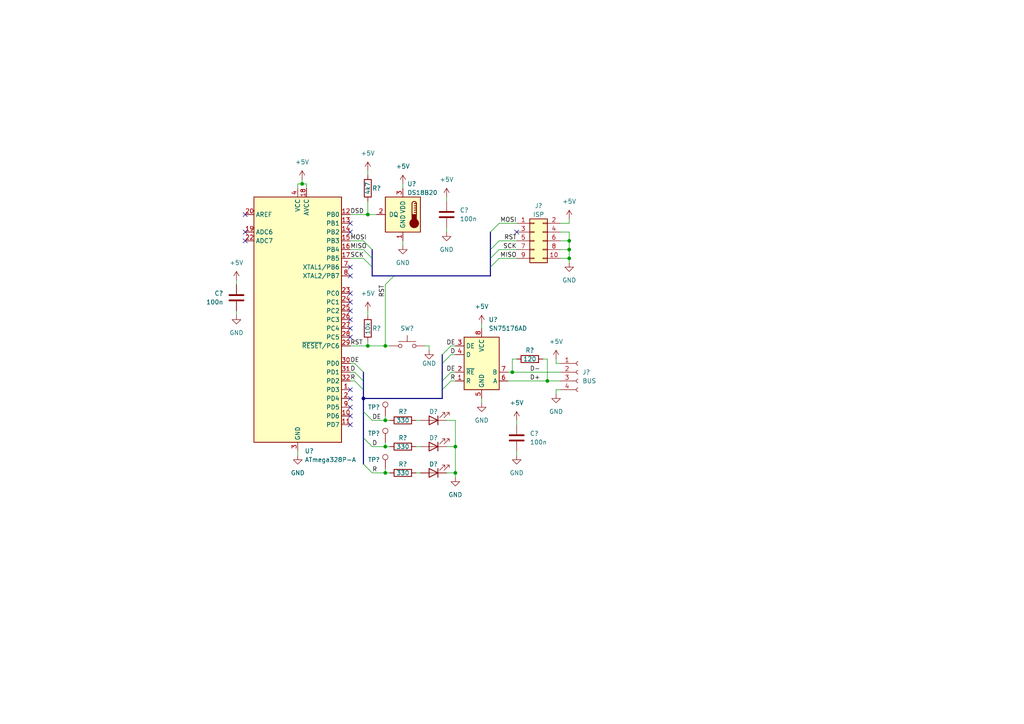
<source format=kicad_sch>
(kicad_sch (version 20211123) (generator eeschema)
  (paper "A4")
  (lib_symbols
    (symbol "Connector:Conn_01x04_Female" (pin_names (offset 1.016) hide)
      (property "Reference" "J" (at 0 5.08 0))
      (property "Value" "Conn_01x04_Female" (at 0 -7.62 0))
      (symbol "Conn_01x04_Female_1_1"
        (arc (start 0 -4.572) (mid -0.508 -5.08) (end 0 -5.588) (stroke (width 0.1524)))
        (arc (start 0 -2.032) (mid -0.508 -2.54) (end 0 -3.048) (stroke (width 0.1524)))
        (polyline (pts (xy -1.27 -5.08) (xy -0.508 -5.08)) (stroke (width 0.1524)))
        (polyline (pts (xy -1.27 -2.54) (xy -0.508 -2.54)) (stroke (width 0.1524)))
        (polyline (pts (xy -1.27 0) (xy -0.508 0)) (stroke (width 0.1524)))
        (polyline (pts (xy -1.27 2.54) (xy -0.508 2.54)) (stroke (width 0.1524)))
        (arc (start 0 0.508) (mid -0.508 0) (end 0 -0.508) (stroke (width 0.1524)))
        (arc (start 0 3.048) (mid -0.508 2.54) (end 0 2.032) (stroke (width 0.1524)))
        (pin passive line (at -5.08 2.54 0) (length 3.81) (name "Pin_1") (number "1"))
        (pin passive line (at -5.08 0 0) (length 3.81) (name "Pin_2") (number "2"))
        (pin passive line (at -5.08 -2.54 0) (length 3.81) (name "Pin_3") (number "3"))
        (pin passive line (at -5.08 -5.08 0) (length 3.81) (name "Pin_4") (number "4"))
      )
    )
    (symbol "Connector:TestPoint" (pin_numbers hide) (pin_names (offset 0.762) hide)
      (property "Reference" "TP" (at 0 6.858 0))
      (property "Value" "TestPoint" (at 0 5.08 0))
      (symbol "TestPoint_0_1"
        (circle (center 0 3.302) (radius 0.762))
      )
      (symbol "TestPoint_1_1"
        (pin passive line (at 0 0 90) (length 2.54) (name "1") (number "1"))
      )
    )
    (symbol "Connector_Generic:Conn_02x05_Odd_Even" (pin_names (offset 1.016) hide)
      (property "Reference" "J" (at 1.27 7.62 0))
      (property "Value" "Conn_02x05_Odd_Even" (at 1.27 -7.62 0))
      (symbol "Conn_02x05_Odd_Even_1_1"
        (rectangle (start -1.27 -4.953) (end 0 -5.207) (stroke (width 0.1524)))
        (rectangle (start -1.27 -2.413) (end 0 -2.667) (stroke (width 0.1524)))
        (rectangle (start -1.27 0.127) (end 0 -0.127) (stroke (width 0.1524)))
        (rectangle (start -1.27 2.667) (end 0 2.413) (stroke (width 0.1524)))
        (rectangle (start -1.27 5.207) (end 0 4.953) (stroke (width 0.1524)))
        (rectangle (start -1.27 6.35) (end 3.81 -6.35) (stroke (width 0.254)) (fill (type background)))
        (rectangle (start 3.81 -4.953) (end 2.54 -5.207) (stroke (width 0.1524)))
        (rectangle (start 3.81 -2.413) (end 2.54 -2.667) (stroke (width 0.1524)))
        (rectangle (start 3.81 0.127) (end 2.54 -0.127) (stroke (width 0.1524)))
        (rectangle (start 3.81 2.667) (end 2.54 2.413) (stroke (width 0.1524)))
        (rectangle (start 3.81 5.207) (end 2.54 4.953) (stroke (width 0.1524)))
        (pin passive line (at -5.08 5.08 0) (length 3.81) (name "Pin_1") (number "1"))
        (pin passive line (at 7.62 -5.08 180) (length 3.81) (name "Pin_10") (number "10"))
        (pin passive line (at 7.62 5.08 180) (length 3.81) (name "Pin_2") (number "2"))
        (pin passive line (at -5.08 2.54 0) (length 3.81) (name "Pin_3") (number "3"))
        (pin passive line (at 7.62 2.54 180) (length 3.81) (name "Pin_4") (number "4"))
        (pin passive line (at -5.08 0 0) (length 3.81) (name "Pin_5") (number "5"))
        (pin passive line (at 7.62 0 180) (length 3.81) (name "Pin_6") (number "6"))
        (pin passive line (at -5.08 -2.54 0) (length 3.81) (name "Pin_7") (number "7"))
        (pin passive line (at 7.62 -2.54 180) (length 3.81) (name "Pin_8") (number "8"))
        (pin passive line (at -5.08 -5.08 0) (length 3.81) (name "Pin_9") (number "9"))
      )
    )
    (symbol "Device:C" (pin_numbers hide) (pin_names (offset 0.254))
      (property "Reference" "C" (at 0.635 2.54 0))
      (property "Value" "C" (at 0.635 -2.54 0))
      (symbol "C_0_1"
        (polyline (pts (xy -2.032 -0.762) (xy 2.032 -0.762)) (stroke (width 0.508)))
        (polyline (pts (xy -2.032 0.762) (xy 2.032 0.762)) (stroke (width 0.508)))
      )
      (symbol "C_1_1"
        (pin passive line (at 0 3.81 270) (length 2.794) (name "~") (number "1"))
        (pin passive line (at 0 -3.81 90) (length 2.794) (name "~") (number "2"))
      )
    )
    (symbol "Device:LED" (pin_numbers hide) (pin_names (offset 1.016) hide)
      (property "Reference" "D" (at 0 2.54 0))
      (property "Value" "LED" (at 0 -2.54 0))
      (symbol "LED_0_1"
        (polyline (pts (xy -1.27 -1.27) (xy -1.27 1.27)) (stroke (width 0.254)))
        (polyline (pts (xy -1.27 0) (xy 1.27 0)))
        (polyline (pts (xy 1.27 -1.27) (xy 1.27 1.27) (xy -1.27 0) (xy 1.27 -1.27)) (stroke (width 0.254)))
        (polyline (pts (xy -3.048 -0.762) (xy -4.572 -2.286) (xy -3.81 -2.286) (xy -4.572 -2.286) (xy -4.572 -1.524)))
        (polyline (pts (xy -1.778 -0.762) (xy -3.302 -2.286) (xy -2.54 -2.286) (xy -3.302 -2.286) (xy -3.302 -1.524)))
      )
      (symbol "LED_1_1"
        (pin passive line (at -3.81 0 0) (length 2.54) (name "K") (number "1"))
        (pin passive line (at 3.81 0 180) (length 2.54) (name "A") (number "2"))
      )
    )
    (symbol "Device:R" (pin_numbers hide) (pin_names (offset 0))
      (property "Reference" "R" (at 2.032 0 90))
      (property "Value" "R" (at 0 0 90))
      (symbol "R_0_1"
        (rectangle (start -1.016 -2.54) (end 1.016 2.54) (stroke (width 0.254)))
      )
      (symbol "R_1_1"
        (pin passive line (at 0 3.81 270) (length 1.27) (name "~") (number "1"))
        (pin passive line (at 0 -3.81 90) (length 1.27) (name "~") (number "2"))
      )
    )
    (symbol "Interface_UART:SN75176AD"
      (property "Reference" "U" (at -4.318 8.89 0))
      (property "Value" "SN75176AD" (at 1.016 8.89 0))
      (symbol "SN75176AD_0_1"
        (rectangle (start -5.08 7.62) (end 5.08 -7.62) (stroke (width 0.254)) (fill (type background)))
      )
      (symbol "SN75176AD_1_1"
        (pin output line (at -7.62 -5.08 0) (length 2.54) (name "R") (number "1"))
        (pin input line (at -7.62 -2.54 0) (length 2.54) (name "~{RE}") (number "2"))
        (pin input line (at -7.62 5.08 0) (length 2.54) (name "DE") (number "3"))
        (pin input line (at -7.62 2.54 0) (length 2.54) (name "D") (number "4"))
        (pin power_in line (at 0 -10.16 90) (length 2.54) (name "GND") (number "5"))
        (pin bidirectional line (at 7.62 -5.08 180) (length 2.54) (name "A") (number "6"))
        (pin bidirectional line (at 7.62 -2.54 180) (length 2.54) (name "B") (number "7"))
        (pin power_in line (at 0 10.16 270) (length 2.54) (name "VCC") (number "8"))
      )
    )
    (symbol "MCU_Microchip_ATmega:ATmega328P-A"
      (property "Reference" "U" (at -12.7 36.83 0))
      (property "Value" "ATmega328P-A" (at 2.54 -36.83 0))
      (symbol "ATmega328P-A_0_1"
        (rectangle (start -12.7 -35.56) (end 12.7 35.56) (stroke (width 0.254)) (fill (type background)))
      )
      (symbol "ATmega328P-A_1_1"
        (pin bidirectional line (at 15.24 -20.32 180) (length 2.54) (name "PD3") (number "1"))
        (pin bidirectional line (at 15.24 -27.94 180) (length 2.54) (name "PD6") (number "10"))
        (pin bidirectional line (at 15.24 -30.48 180) (length 2.54) (name "PD7") (number "11"))
        (pin bidirectional line (at 15.24 30.48 180) (length 2.54) (name "PB0") (number "12"))
        (pin bidirectional line (at 15.24 27.94 180) (length 2.54) (name "PB1") (number "13"))
        (pin bidirectional line (at 15.24 25.4 180) (length 2.54) (name "PB2") (number "14"))
        (pin bidirectional line (at 15.24 22.86 180) (length 2.54) (name "PB3") (number "15"))
        (pin bidirectional line (at 15.24 20.32 180) (length 2.54) (name "PB4") (number "16"))
        (pin bidirectional line (at 15.24 17.78 180) (length 2.54) (name "PB5") (number "17"))
        (pin power_in line (at 2.54 38.1 270) (length 2.54) (name "AVCC") (number "18"))
        (pin input line (at -15.24 25.4 0) (length 2.54) (name "ADC6") (number "19"))
        (pin bidirectional line (at 15.24 -22.86 180) (length 2.54) (name "PD4") (number "2"))
        (pin passive line (at -15.24 30.48 0) (length 2.54) (name "AREF") (number "20"))
        (pin passive line (at 0 -38.1 90) (length 2.54) hide (name "GND") (number "21"))
        (pin input line (at -15.24 22.86 0) (length 2.54) (name "ADC7") (number "22"))
        (pin bidirectional line (at 15.24 7.62 180) (length 2.54) (name "PC0") (number "23"))
        (pin bidirectional line (at 15.24 5.08 180) (length 2.54) (name "PC1") (number "24"))
        (pin bidirectional line (at 15.24 2.54 180) (length 2.54) (name "PC2") (number "25"))
        (pin bidirectional line (at 15.24 0 180) (length 2.54) (name "PC3") (number "26"))
        (pin bidirectional line (at 15.24 -2.54 180) (length 2.54) (name "PC4") (number "27"))
        (pin bidirectional line (at 15.24 -5.08 180) (length 2.54) (name "PC5") (number "28"))
        (pin bidirectional line (at 15.24 -7.62 180) (length 2.54) (name "~{RESET}/PC6") (number "29"))
        (pin power_in line (at 0 -38.1 90) (length 2.54) (name "GND") (number "3"))
        (pin bidirectional line (at 15.24 -12.7 180) (length 2.54) (name "PD0") (number "30"))
        (pin bidirectional line (at 15.24 -15.24 180) (length 2.54) (name "PD1") (number "31"))
        (pin bidirectional line (at 15.24 -17.78 180) (length 2.54) (name "PD2") (number "32"))
        (pin power_in line (at 0 38.1 270) (length 2.54) (name "VCC") (number "4"))
        (pin passive line (at 0 -38.1 90) (length 2.54) hide (name "GND") (number "5"))
        (pin passive line (at 0 38.1 270) (length 2.54) hide (name "VCC") (number "6"))
        (pin bidirectional line (at 15.24 15.24 180) (length 2.54) (name "XTAL1/PB6") (number "7"))
        (pin bidirectional line (at 15.24 12.7 180) (length 2.54) (name "XTAL2/PB7") (number "8"))
        (pin bidirectional line (at 15.24 -25.4 180) (length 2.54) (name "PD5") (number "9"))
      )
    )
    (symbol "Sensor_Temperature:DS18B20" (pin_names (offset 1.016))
      (property "Reference" "U" (at -3.81 6.35 0))
      (property "Value" "DS18B20" (at 6.35 6.35 0))
      (symbol "DS18B20_0_1"
        (rectangle (start -5.08 5.08) (end 5.08 -5.08) (stroke (width 0.254)) (fill (type background)))
        (circle (center -3.302 -2.54) (radius 1.27) (stroke (width 0.254)) (fill (type outline)))
        (rectangle (start -2.667 -1.905) (end -3.937 0) (stroke (width 0.254)) (fill (type outline)))
        (arc (start -2.667 3.175) (mid -3.302 3.81) (end -3.937 3.175) (stroke (width 0.254)))
        (polyline (pts (xy -3.937 0.635) (xy -3.302 0.635)) (stroke (width 0.254)))
        (polyline (pts (xy -3.937 1.27) (xy -3.302 1.27)) (stroke (width 0.254)))
        (polyline (pts (xy -3.937 1.905) (xy -3.302 1.905)) (stroke (width 0.254)))
        (polyline (pts (xy -3.937 2.54) (xy -3.302 2.54)) (stroke (width 0.254)))
        (polyline (pts (xy -3.937 3.175) (xy -3.937 0)) (stroke (width 0.254)))
        (polyline (pts (xy -3.937 3.175) (xy -3.302 3.175)) (stroke (width 0.254)))
        (polyline (pts (xy -2.667 3.175) (xy -2.667 0)) (stroke (width 0.254)))
      )
      (symbol "DS18B20_1_1"
        (pin power_in line (at 0 -7.62 90) (length 2.54) (name "GND") (number "1"))
        (pin bidirectional line (at 7.62 0 180) (length 2.54) (name "DQ") (number "2"))
        (pin power_in line (at 0 7.62 270) (length 2.54) (name "VDD") (number "3"))
      )
    )
    (symbol "Switch:SW_Push" (pin_numbers hide) (pin_names (offset 1.016) hide)
      (property "Reference" "SW" (at 1.27 2.54 0))
      (property "Value" "SW_Push" (at 0 -1.524 0))
      (symbol "SW_Push_0_1"
        (circle (center -2.032 0) (radius 0.508))
        (polyline (pts (xy 0 1.27) (xy 0 3.048)))
        (polyline (pts (xy 2.54 1.27) (xy -2.54 1.27)))
        (circle (center 2.032 0) (radius 0.508))
        (pin passive line (at -5.08 0 0) (length 2.54) (name "1") (number "1"))
        (pin passive line (at 5.08 0 180) (length 2.54) (name "2") (number "2"))
      )
    )
    (symbol "power:+5V" (power) (pin_names (offset 0))
      (property "Value" "+5V" (at 0 3.556 0))
      (symbol "+5V_0_1"
        (polyline (pts (xy -0.762 1.27) (xy 0 2.54)))
        (polyline (pts (xy 0 0) (xy 0 2.54)))
        (polyline (pts (xy 0 2.54) (xy 0.762 1.27)))
      )
      (symbol "+5V_1_1"
        (pin power_in line (at 0 0 90) (length 0) hide (name "+5V") (number "1"))
      )
    )
    (symbol "power:GND" (power) (pin_names (offset 0))
      (property "Value" "GND" (at 0 -3.81 0))
      (symbol "GND_0_1"
        (polyline (pts (xy 0 0) (xy 0 -1.27) (xy 1.27 -1.27) (xy 0 -2.54) (xy -1.27 -1.27) (xy 0 -1.27)))
      )
      (symbol "GND_1_1"
        (pin power_in line (at 0 0 270) (length 0) hide (name "GND") (number "1"))
      )
    )
  )
  (junction (at 158.75 110.49))
  (junction (at 132.08 137.16))
  (junction (at 132.08 129.54))
  (junction (at 105.41 115.57))
  (junction (at 165.1 74.93))
  (junction (at 165.1 72.39))
  (junction (at 165.1 69.85))
  (junction (at 106.68 62.23))
  (junction (at 87.63 53.34))
  (junction (at 106.68 100.33))
  (junction (at 111.76 121.92))
  (junction (at 148.59 107.95))
  (junction (at 111.76 100.33))
  (junction (at 111.76 129.54))
  (junction (at 111.76 137.16))
  (no_connect (at 101.6 77.47))
  (no_connect (at 101.6 64.77))
  (no_connect (at 101.6 120.65))
  (no_connect (at 101.6 115.57))
  (no_connect (at 101.6 123.19))
  (no_connect (at 101.6 113.03))
  (no_connect (at 101.6 118.11))
  (no_connect (at 149.86 67.31))
  (no_connect (at 101.6 67.31))
  (no_connect (at 101.6 90.17))
  (no_connect (at 101.6 92.71))
  (no_connect (at 71.12 69.85))
  (no_connect (at 101.6 85.09))
  (no_connect (at 101.6 97.79))
  (no_connect (at 71.12 67.31))
  (no_connect (at 101.6 80.01))
  (no_connect (at 101.6 87.63))
  (no_connect (at 101.6 95.25))
  (no_connect (at 71.12 62.23))
  (bus_entry (at 111.76 82.55) (size 2.54 -2.54))
  (bus_entry (at 105.41 69.85) (size 2.54 2.54))
  (bus_entry (at 105.41 74.93) (size 2.54 2.54))
  (bus_entry (at 105.41 72.39) (size 2.54 2.54))
  (bus_entry (at 142.24 67.31) (size 2.54 -2.54))
  (bus_entry (at 142.24 77.47) (size 2.54 -2.54))
  (bus_entry (at 142.24 74.93) (size 2.54 -2.54))
  (bus_entry (at 142.24 72.39) (size 2.54 -2.54))
  (bus_entry (at 102.87 105.41) (size 2.54 2.54))
  (bus_entry (at 102.87 107.95) (size 2.54 2.54))
  (bus_entry (at 102.87 110.49) (size 2.54 2.54))
  (bus_entry (at 128.27 110.49) (size 2.54 -2.54))
  (bus_entry (at 128.27 113.03) (size 2.54 -2.54))
  (bus_entry (at 128.27 102.87) (size 2.54 -2.54))
  (bus_entry (at 128.27 105.41) (size 2.54 -2.54))
  (bus_entry (at 105.41 127) (size 2.54 2.54))
  (bus_entry (at 105.41 119.38) (size 2.54 2.54))
  (bus_entry (at 105.41 134.62) (size 2.54 2.54))
  (bus (pts (xy 128.27 115.57) (xy 128.27 113.03)))
  (wire (pts (xy 106.68 58.42) (xy 106.68 62.23)))
  (wire (pts (xy 101.6 69.85) (xy 105.41 69.85)))
  (wire (pts (xy 124.46 101.6) (xy 124.46 100.33)))
  (wire (pts (xy 106.68 99.06) (xy 106.68 100.33)))
  (wire (pts (xy 147.32 107.95) (xy 148.59 107.95)))
  (wire (pts (xy 86.36 130.81) (xy 86.36 132.08)))
  (wire (pts (xy 162.56 72.39) (xy 165.1 72.39)))
  (bus (pts (xy 114.3 80.01) (xy 142.24 80.01)))
  (wire (pts (xy 68.58 81.28) (xy 68.58 82.55)))
  (wire (pts (xy 88.9 53.34) (xy 88.9 54.61)))
  (wire (pts (xy 111.76 120.65) (xy 111.76 121.92)))
  (wire (pts (xy 129.54 57.15) (xy 129.54 58.42)))
  (wire (pts (xy 144.78 72.39) (xy 149.86 72.39)))
  (bus (pts (xy 142.24 74.93) (xy 142.24 77.47)))
  (wire (pts (xy 120.65 137.16) (xy 121.92 137.16)))
  (wire (pts (xy 68.58 90.17) (xy 68.58 91.44)))
  (wire (pts (xy 101.6 100.33) (xy 106.68 100.33)))
  (wire (pts (xy 120.65 121.92) (xy 121.92 121.92)))
  (wire (pts (xy 162.56 67.31) (xy 165.1 67.31)))
  (wire (pts (xy 165.1 64.77) (xy 165.1 63.5)))
  (wire (pts (xy 106.68 62.23) (xy 109.22 62.23)))
  (wire (pts (xy 129.54 121.92) (xy 132.08 121.92)))
  (bus (pts (xy 128.27 102.87) (xy 128.27 105.41)))
  (wire (pts (xy 144.78 69.85) (xy 149.86 69.85)))
  (wire (pts (xy 101.6 110.49) (xy 102.87 110.49)))
  (wire (pts (xy 149.86 104.14) (xy 148.59 104.14)))
  (bus (pts (xy 107.95 80.01) (xy 114.3 80.01)))
  (wire (pts (xy 116.84 69.85) (xy 116.84 71.12)))
  (wire (pts (xy 86.36 53.34) (xy 86.36 54.61)))
  (bus (pts (xy 105.41 110.49) (xy 105.41 113.03)))
  (wire (pts (xy 101.6 105.41) (xy 102.87 105.41)))
  (wire (pts (xy 87.63 53.34) (xy 88.9 53.34)))
  (wire (pts (xy 158.75 104.14) (xy 158.75 110.49)))
  (bus (pts (xy 107.95 74.93) (xy 107.95 77.47)))
  (bus (pts (xy 142.24 72.39) (xy 142.24 74.93)))
  (wire (pts (xy 106.68 49.53) (xy 106.68 50.8)))
  (wire (pts (xy 111.76 82.55) (xy 111.76 100.33)))
  (wire (pts (xy 130.81 107.95) (xy 132.08 107.95)))
  (wire (pts (xy 111.76 121.92) (xy 113.03 121.92)))
  (wire (pts (xy 129.54 129.54) (xy 132.08 129.54)))
  (wire (pts (xy 139.7 93.98) (xy 139.7 95.25)))
  (bus (pts (xy 105.41 107.95) (xy 105.41 110.49)))
  (wire (pts (xy 148.59 107.95) (xy 162.56 107.95)))
  (wire (pts (xy 111.76 129.54) (xy 113.03 129.54)))
  (wire (pts (xy 129.54 137.16) (xy 132.08 137.16)))
  (bus (pts (xy 142.24 67.31) (xy 142.24 72.39)))
  (wire (pts (xy 132.08 121.92) (xy 132.08 129.54)))
  (wire (pts (xy 111.76 100.33) (xy 113.03 100.33)))
  (wire (pts (xy 162.56 69.85) (xy 165.1 69.85)))
  (bus (pts (xy 128.27 105.41) (xy 128.27 110.49)))
  (wire (pts (xy 165.1 69.85) (xy 165.1 72.39)))
  (wire (pts (xy 147.32 110.49) (xy 158.75 110.49)))
  (wire (pts (xy 106.68 90.17) (xy 106.68 91.44)))
  (wire (pts (xy 149.86 121.92) (xy 149.86 123.19)))
  (bus (pts (xy 105.41 115.57) (xy 105.41 119.38)))
  (wire (pts (xy 130.81 102.87) (xy 132.08 102.87)))
  (wire (pts (xy 116.84 53.34) (xy 116.84 54.61)))
  (wire (pts (xy 158.75 110.49) (xy 162.56 110.49)))
  (bus (pts (xy 105.41 113.03) (xy 105.41 115.57)))
  (wire (pts (xy 120.65 129.54) (xy 121.92 129.54)))
  (wire (pts (xy 161.29 113.03) (xy 161.29 114.3)))
  (wire (pts (xy 101.6 62.23) (xy 106.68 62.23)))
  (bus (pts (xy 128.27 110.49) (xy 128.27 113.03)))
  (wire (pts (xy 139.7 115.57) (xy 139.7 116.84)))
  (bus (pts (xy 105.41 115.57) (xy 128.27 115.57)))
  (bus (pts (xy 107.95 72.39) (xy 107.95 74.93)))
  (bus (pts (xy 105.41 127) (xy 105.41 134.62)))
  (wire (pts (xy 132.08 137.16) (xy 132.08 138.43)))
  (wire (pts (xy 87.63 52.07) (xy 87.63 53.34)))
  (bus (pts (xy 105.41 119.38) (xy 105.41 127)))
  (wire (pts (xy 111.76 128.27) (xy 111.76 129.54)))
  (wire (pts (xy 149.86 130.81) (xy 149.86 132.08)))
  (wire (pts (xy 162.56 74.93) (xy 165.1 74.93)))
  (wire (pts (xy 161.29 104.14) (xy 161.29 105.41)))
  (wire (pts (xy 129.54 66.04) (xy 129.54 67.31)))
  (wire (pts (xy 165.1 74.93) (xy 165.1 76.2)))
  (wire (pts (xy 165.1 72.39) (xy 165.1 74.93)))
  (wire (pts (xy 124.46 100.33) (xy 123.19 100.33)))
  (wire (pts (xy 148.59 104.14) (xy 148.59 107.95)))
  (wire (pts (xy 107.95 129.54) (xy 111.76 129.54)))
  (wire (pts (xy 165.1 67.31) (xy 165.1 69.85)))
  (wire (pts (xy 101.6 72.39) (xy 105.41 72.39)))
  (wire (pts (xy 107.95 137.16) (xy 111.76 137.16)))
  (wire (pts (xy 106.68 100.33) (xy 111.76 100.33)))
  (bus (pts (xy 142.24 77.47) (xy 142.24 80.01)))
  (wire (pts (xy 144.78 74.93) (xy 149.86 74.93)))
  (wire (pts (xy 111.76 135.89) (xy 111.76 137.16)))
  (wire (pts (xy 130.81 110.49) (xy 132.08 110.49)))
  (wire (pts (xy 111.76 137.16) (xy 113.03 137.16)))
  (wire (pts (xy 130.81 100.33) (xy 132.08 100.33)))
  (bus (pts (xy 107.95 77.47) (xy 107.95 80.01)))
  (wire (pts (xy 162.56 64.77) (xy 165.1 64.77)))
  (wire (pts (xy 161.29 105.41) (xy 162.56 105.41)))
  (wire (pts (xy 101.6 107.95) (xy 102.87 107.95)))
  (wire (pts (xy 101.6 74.93) (xy 105.41 74.93)))
  (wire (pts (xy 144.78 64.77) (xy 149.86 64.77)))
  (wire (pts (xy 87.63 53.34) (xy 86.36 53.34)))
  (wire (pts (xy 107.95 121.92) (xy 111.76 121.92)))
  (wire (pts (xy 162.56 113.03) (xy 161.29 113.03)))
  (wire (pts (xy 132.08 129.54) (xy 132.08 137.16)))
  (wire (pts (xy 157.48 104.14) (xy 158.75 104.14)))
  (label "D" (at 101.6 107.95 0))
  (label "D-" (at 153.67 107.95 0))
  (label "MOSI" (at 101.6 69.85 0))
  (label "D+" (at 153.67 110.49 0))
  (label "R" (at 107.95 137.16 0))
  (label "D" (at 107.95 129.54 0))
  (label "D" (at 132.08 102.87 180))
  (label "RST" (at 111.76 82.55 270))
  (label "MOSI" (at 149.86 64.77 180))
  (label "R" (at 132.08 110.49 180))
  (label "RST" (at 101.6 100.33 0))
  (label "DSD" (at 101.6 62.23 0))
  (label "SCK" (at 101.6 74.93 0))
  (label "RST" (at 149.86 69.85 180))
  (label "MISO" (at 149.86 74.93 180))
  (label "MISO" (at 101.6 72.39 0))
  (label "DE" (at 107.95 121.92 0))
  (label "DE" (at 132.08 107.95 180))
  (label "DE" (at 101.6 105.41 0))
  (label "SCK" (at 149.86 72.39 180))
  (label "DE" (at 132.08 100.33 180))
  (label "R" (at 101.6 110.49 0))
  (symbol (lib_id "power:+5V") (at 87.63 52.07 0) (unit 1)
    (property "Reference" "#PWR?" (effects hide))
    (property "Value" "+5V" (at 87.63 46.99 0))
  )
  (symbol (lib_id "Device:R") (at 116.84 121.92 270) (mirror x) (unit 1)
    (property "Reference" "R?" (at 116.84 119.38 90))
    (property "Value" "330" (at 116.84 121.92 90))
  )
  (symbol (lib_id "power:GND") (at 139.7 116.84 0) (unit 1)
    (property "Reference" "#PWR?" (effects hide))
    (property "Value" "GND" (at 139.7 121.92 0))
  )
  (symbol (lib_id "MCU_Microchip_ATmega:ATmega328P-A") (at 86.36 92.71 0) (unit 1)
    (property "Reference" "U?" (at 88.3794 130.81 0) (effects (justify left)))
    (property "Value" "ATmega328P-A" (at 88.3794 133.35 0) (effects (justify left)))
    (property "Footprint" "Package_QFP:TQFP-32_7x7mm_P0.8mm" (effects hide))
    (property "Datasheet" "http://ww1.microchip.com/downloads/en/DeviceDoc/ATmega328_P%20AVR%20MCU%20with%20picoPower%20Technology%20Data%20Sheet%2040001984A.pdf" (effects hide))
  )
  (symbol (lib_id "power:+5V") (at 161.29 104.14 0) (unit 1)
    (property "Reference" "#PWR?" (effects hide))
    (property "Value" "+5V" (at 161.29 99.06 0))
  )
  (symbol (lib_id "Interface_UART:SN75176AD") (at 139.7 105.41 0) (unit 1)
    (property "Reference" "U?" (at 141.7194 92.71 0) (effects (justify left)))
    (property "Value" "SN75176AD" (at 141.7194 95.25 0) (effects (justify left)))
    (property "Footprint" "Package_SO:SOIC-8_3.9x4.9mm_P1.27mm" (effects hide))
    (property "Datasheet" "http://www.ti.com/lit/ds/symlink/sn75176a.pdf" (effects hide))
  )
  (symbol (lib_id "Device:LED") (at 125.73 121.92 180) (unit 1)
    (property "Reference" "D?" (at 125.73 119.38 0))
    (property "Value" " " (at 127.3175 116.84 0))
  )
  (symbol (lib_id "power:GND") (at 165.1 76.2 0) (unit 1)
    (property "Reference" "#PWR?" (effects hide))
    (property "Value" "GND" (at 165.1 81.28 0))
  )
  (symbol (lib_id "power:GND") (at 132.08 138.43 0) (unit 1)
    (property "Reference" "#PWR?" (effects hide))
    (property "Value" "GND" (at 132.08 143.51 0))
  )
  (symbol (lib_id "power:GND") (at 116.84 71.12 0) (unit 1)
    (property "Reference" "#PWR?" (effects hide))
    (property "Value" "GND" (at 116.84 76.2 0))
  )
  (symbol (lib_id "Connector:TestPoint") (at 111.76 120.65 0) (unit 1)
    (property "Reference" "TP?" (at 106.68 118.11 0) (effects (justify left)))
    (property "Value" " " (at 116.84 118.11 0) (effects (justify left)))
  )
  (symbol (lib_id "Device:C") (at 68.58 86.36 0) (mirror y) (unit 1)
    (property "Reference" "C?" (at 64.77 85.0899 0) (effects (justify left)))
    (property "Value" "100n" (at 64.77 87.6299 0) (effects (justify left)))
  )
  (symbol (lib_id "Connector_Generic:Conn_02x05_Odd_Even") (at 154.94 69.85 0) (unit 1)
    (property "Reference" "J?" (at 156.21 59.69 0))
    (property "Value" "ISP" (at 156.21 62.23 0))
  )
  (symbol (lib_id "Connector:Conn_01x04_Female") (at 167.64 107.95 0) (unit 1)
    (property "Reference" "J?" (at 168.91 107.9499 0) (effects (justify left)))
    (property "Value" "BUS" (at 168.91 110.4899 0) (effects (justify left)))
  )
  (symbol (lib_id "power:GND") (at 124.46 101.6 0) (unit 1)
    (property "Reference" "#PWR?" (effects hide))
    (property "Value" "GND" (at 124.46 105.41 0))
  )
  (symbol (lib_id "power:+5V") (at 139.7 93.98 0) (unit 1)
    (property "Reference" "#PWR?" (effects hide))
    (property "Value" "+5V" (at 139.7 88.9 0))
  )
  (symbol (lib_id "power:+5V") (at 106.68 49.53 0) (unit 1)
    (property "Reference" "#PWR?" (effects hide))
    (property "Value" "+5V" (at 106.68 44.45 0))
  )
  (symbol (lib_id "power:+5V") (at 129.54 57.15 0) (unit 1)
    (property "Reference" "#PWR?" (effects hide))
    (property "Value" "+5V" (at 129.54 52.07 0))
  )
  (symbol (lib_id "power:+5V") (at 68.58 81.28 0) (mirror y) (unit 1)
    (property "Reference" "#PWR?" (effects hide))
    (property "Value" "+5V" (at 68.58 76.2 0))
  )
  (symbol (lib_id "Switch:SW_Push") (at 118.11 100.33 0) (unit 1)
    (property "Reference" "SW?" (at 118.11 95.25 0))
    (property "Value" " " (at 118.11 95.25 0))
  )
  (symbol (lib_id "Device:C") (at 149.86 127 0) (unit 1)
    (property "Reference" "C?" (at 153.67 125.7299 0) (effects (justify left)))
    (property "Value" "100n" (at 153.67 128.2699 0) (effects (justify left)))
  )
  (symbol (lib_id "Connector:TestPoint") (at 111.76 135.89 0) (unit 1)
    (property "Reference" "TP?" (at 106.68 133.35 0) (effects (justify left)))
    (property "Value" " " (at 116.84 133.35 0) (effects (justify left)))
  )
  (symbol (lib_id "Device:R") (at 116.84 137.16 90) (unit 1)
    (property "Reference" "R?" (at 116.84 134.62 90))
    (property "Value" "330" (at 116.84 137.16 90))
  )
  (symbol (lib_id "Device:C") (at 129.54 62.23 0) (unit 1)
    (property "Reference" "C?" (at 133.35 60.9599 0) (effects (justify left)))
    (property "Value" "100n" (at 133.35 63.4999 0) (effects (justify left)))
  )
  (symbol (lib_id "power:+5V") (at 106.68 90.17 0) (unit 1)
    (property "Reference" "#PWR?" (effects hide))
    (property "Value" "+5V" (at 106.68 85.09 0))
  )
  (symbol (lib_id "Device:R") (at 116.84 129.54 90) (unit 1)
    (property "Reference" "R?" (at 116.84 127 90))
    (property "Value" "330" (at 116.84 129.54 90))
  )
  (symbol (lib_id "Device:LED") (at 125.73 129.54 180) (unit 1)
    (property "Reference" "D?" (at 125.73 127 0))
    (property "Value" " " (at 127.3175 124.46 0))
  )
  (symbol (lib_id "Sensor_Temperature:DS18B20") (at 116.84 62.23 0) (mirror y) (unit 1)
    (property "Reference" "U?" (at 118.11 53.34 0) (effects (justify right)))
    (property "Value" "DS18B20" (at 118.11 55.88 0) (effects (justify right)))
    (property "Footprint" "Package_TO_SOT_THT:TO-92_Inline" (effects hide))
    (property "Datasheet" "http://datasheets.maximintegrated.com/en/ds/DS18B20.pdf" (effects hide))
  )
  (symbol (lib_id "Device:R") (at 106.68 54.61 0) (unit 1)
    (property "Reference" "R?" (at 107.95 54.61 0) (effects (justify left)))
    (property "Value" "4k7" (at 106.68 54.61 90))
  )
  (symbol (lib_id "power:GND") (at 129.54 67.31 0) (unit 1)
    (property "Reference" "#PWR?" (effects hide))
    (property "Value" "GND" (at 129.54 72.39 0))
  )
  (symbol (lib_id "power:+5V") (at 165.1 63.5 0) (unit 1)
    (property "Reference" "#PWR?" (effects hide))
    (property "Value" "+5V" (at 165.1 58.42 0))
  )
  (symbol (lib_id "power:+5V") (at 149.86 121.92 0) (unit 1)
    (property "Reference" "#PWR?" (effects hide))
    (property "Value" "+5V" (at 149.86 116.84 0))
  )
  (symbol (lib_id "power:GND") (at 149.86 132.08 0) (unit 1)
    (property "Reference" "#PWR?" (effects hide))
    (property "Value" "GND" (at 149.86 137.16 0))
  )
  (symbol (lib_id "Device:R") (at 106.68 95.25 0) (unit 1)
    (property "Reference" "R?" (at 107.95 95.25 0) (effects (justify left)))
    (property "Value" "10k" (at 106.68 95.25 90))
  )
  (symbol (lib_id "power:+5V") (at 116.84 53.34 0) (unit 1)
    (property "Reference" "#PWR?" (effects hide))
    (property "Value" "+5V" (at 116.84 48.26 0))
  )
  (symbol (lib_id "Device:R") (at 153.67 104.14 270) (unit 1)
    (property "Reference" "R?" (at 153.67 101.6 90))
    (property "Value" "120" (at 153.67 104.14 90))
  )
  (symbol (lib_id "power:GND") (at 161.29 114.3 0) (unit 1)
    (property "Reference" "#PWR?" (effects hide))
    (property "Value" "GND" (at 161.29 119.38 0))
  )
  (symbol (lib_id "Device:LED") (at 125.73 137.16 180) (unit 1)
    (property "Reference" "D?" (at 125.73 134.62 0))
    (property "Value" " " (at 125.73 134.62 0))
  )
  (symbol (lib_id "Connector:TestPoint") (at 111.76 128.27 0) (unit 1)
    (property "Reference" "TP?" (at 106.68 125.73 0) (effects (justify left)))
    (property "Value" " " (at 116.84 125.73 0) (effects (justify left)))
  )
  (symbol (lib_id "power:GND") (at 86.36 132.08 0) (unit 1)
    (property "Reference" "#PWR?" (effects hide))
    (property "Value" "GND" (at 86.36 137.16 0))
  )
  (symbol (lib_id "power:GND") (at 68.58 91.44 0) (mirror y) (unit 1)
    (property "Reference" "#PWR?" (effects hide))
    (property "Value" "GND" (at 68.58 96.52 0))
  )
)
</source>
